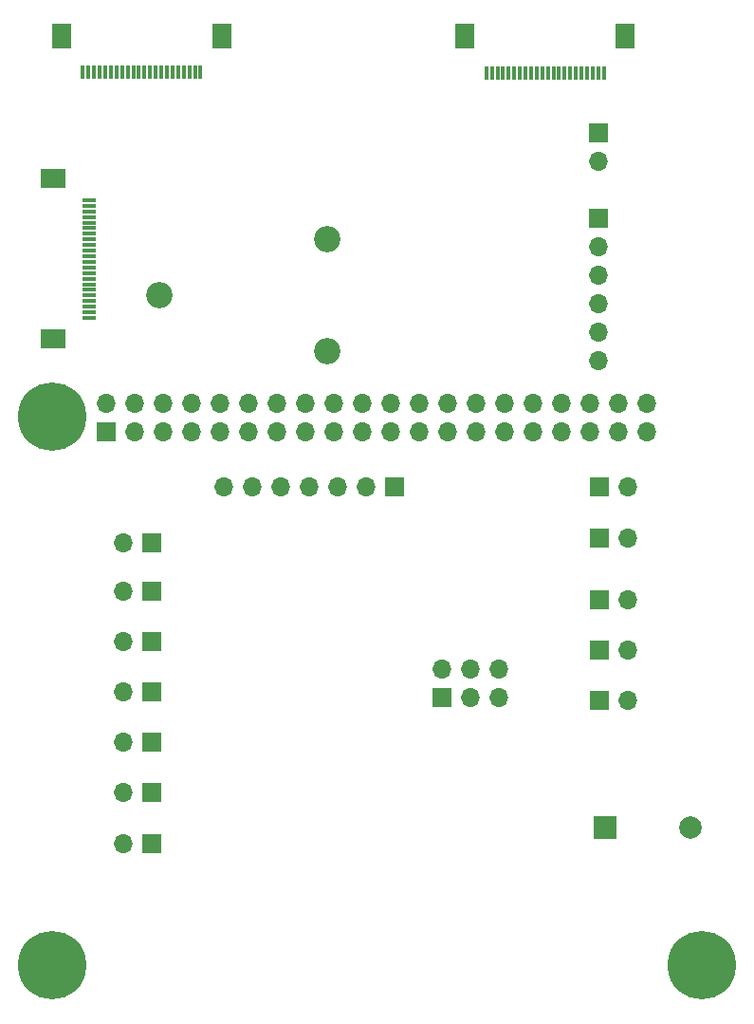
<source format=gbr>
%TF.GenerationSoftware,KiCad,Pcbnew,7.0.8*%
%TF.CreationDate,2023-11-07T10:44:17+02:00*%
%TF.ProjectId,Shield,53686965-6c64-42e6-9b69-6361645f7063,rev?*%
%TF.SameCoordinates,Original*%
%TF.FileFunction,Soldermask,Bot*%
%TF.FilePolarity,Negative*%
%FSLAX46Y46*%
G04 Gerber Fmt 4.6, Leading zero omitted, Abs format (unit mm)*
G04 Created by KiCad (PCBNEW 7.0.8) date 2023-11-07 10:44:17*
%MOMM*%
%LPD*%
G01*
G04 APERTURE LIST*
%ADD10R,1.700000X1.700000*%
%ADD11O,1.700000X1.700000*%
%ADD12R,2.000000X2.000000*%
%ADD13C,2.000000*%
%ADD14C,6.100000*%
%ADD15C,2.340000*%
%ADD16R,1.300000X0.300000*%
%ADD17R,2.200000X1.800000*%
%ADD18R,0.300000X1.300000*%
%ADD19R,1.800000X2.200000*%
G04 APERTURE END LIST*
D10*
%TO.C,J8*%
X130245000Y-80010000D03*
D11*
X130245000Y-82550000D03*
X130245000Y-85090000D03*
X130245000Y-87630000D03*
X130245000Y-90170000D03*
X130245000Y-92710000D03*
%TD*%
D10*
%TO.C,J16*%
X90398000Y-122260000D03*
D11*
X87858000Y-122260000D03*
%TD*%
D10*
%TO.C,J15*%
X90398000Y-117760000D03*
D11*
X87858000Y-117760000D03*
%TD*%
D10*
%TO.C,J19*%
X90398000Y-135760000D03*
D11*
X87858000Y-135760000D03*
%TD*%
D10*
%TO.C,SW1*%
X130300000Y-108500000D03*
D11*
X132840000Y-108500000D03*
%TD*%
D10*
%TO.C,J7*%
X112000000Y-104000000D03*
D11*
X109460000Y-104000000D03*
X106920000Y-104000000D03*
X104380000Y-104000000D03*
X101840000Y-104000000D03*
X99300000Y-104000000D03*
X96760000Y-104000000D03*
%TD*%
D12*
%TO.C,BZ1*%
X130850000Y-134320000D03*
D13*
X138450000Y-134320000D03*
%TD*%
D14*
%TO.C,H3*%
X81467200Y-97658600D03*
%TD*%
D10*
%TO.C,SW2*%
X130350000Y-104000000D03*
D11*
X132890000Y-104000000D03*
%TD*%
D10*
%TO.C,J3*%
X130350000Y-118500000D03*
D11*
X132890000Y-118500000D03*
%TD*%
D10*
%TO.C,J1*%
X130245000Y-72390000D03*
D11*
X130245000Y-74930000D03*
%TD*%
D15*
%TO.C,R11*%
X106052000Y-81868000D03*
X91052000Y-86868000D03*
X106052000Y-91868000D03*
%TD*%
D10*
%TO.C,J14*%
X90398000Y-113260000D03*
D11*
X87858000Y-113260000D03*
%TD*%
D10*
%TO.C,J13*%
X90398000Y-108964000D03*
D11*
X87858000Y-108964000D03*
%TD*%
D10*
%TO.C,J6*%
X116300000Y-122740000D03*
D11*
X116300000Y-120200000D03*
X118840000Y-122740000D03*
X118840000Y-120200000D03*
X121380000Y-122740000D03*
X121380000Y-120200000D03*
%TD*%
D10*
%TO.C,J17*%
X90398000Y-126760000D03*
D11*
X87858000Y-126760000D03*
%TD*%
D14*
%TO.C,H4*%
X139467200Y-146658600D03*
%TD*%
D10*
%TO.C,J18*%
X90398000Y-131260000D03*
D11*
X87858000Y-131260000D03*
%TD*%
D10*
%TO.C,J2*%
X130350000Y-114000000D03*
D11*
X132890000Y-114000000D03*
%TD*%
D10*
%TO.C,J4*%
X130350000Y-123000000D03*
D11*
X132890000Y-123000000D03*
%TD*%
D14*
%TO.C,H2*%
X81467200Y-146658600D03*
%TD*%
D16*
%TO.C,J11*%
X84793600Y-88889400D03*
X84793600Y-88389400D03*
X84793600Y-87889400D03*
X84793600Y-87389400D03*
X84793600Y-86889400D03*
X84793600Y-86389400D03*
X84793600Y-85889400D03*
X84793600Y-85389400D03*
X84793600Y-84889400D03*
X84793600Y-84389400D03*
X84793600Y-83889400D03*
X84793600Y-83389400D03*
X84793600Y-82889400D03*
X84793600Y-82389400D03*
X84793600Y-81889400D03*
X84793600Y-81389400D03*
X84793600Y-80889400D03*
X84793600Y-80389400D03*
X84793600Y-79889400D03*
X84793600Y-79389400D03*
X84793600Y-78889400D03*
X84793600Y-78389400D03*
D17*
X81543600Y-90789400D03*
X81543600Y-76489400D03*
%TD*%
D18*
%TO.C,J20*%
X120221800Y-67026800D03*
X120721800Y-67026800D03*
X121221800Y-67026800D03*
X121721800Y-67026800D03*
X122221800Y-67026800D03*
X122721800Y-67026800D03*
X123221800Y-67026800D03*
X123721800Y-67026800D03*
X124221800Y-67026800D03*
X124721800Y-67026800D03*
X125221800Y-67026800D03*
X125721800Y-67026800D03*
X126221800Y-67026800D03*
X126721800Y-67026800D03*
X127221800Y-67026800D03*
X127721800Y-67026800D03*
X128221800Y-67026800D03*
X128721800Y-67026800D03*
X129221800Y-67026800D03*
X129721800Y-67026800D03*
X130221800Y-67026800D03*
X130721800Y-67026800D03*
D19*
X118321800Y-63776800D03*
X132621800Y-63776800D03*
%TD*%
D10*
%TO.C,J5*%
X86337200Y-99018600D03*
D11*
X86337200Y-96478600D03*
X88877200Y-99018600D03*
X88877200Y-96478600D03*
X91417200Y-99018600D03*
X91417200Y-96478600D03*
X93957200Y-99018600D03*
X93957200Y-96478600D03*
X96497200Y-99018600D03*
X96497200Y-96478600D03*
X99037200Y-99018600D03*
X99037200Y-96478600D03*
X101577200Y-99018600D03*
X101577200Y-96478600D03*
X104117200Y-99018600D03*
X104117200Y-96478600D03*
X106657200Y-99018600D03*
X106657200Y-96478600D03*
X109197200Y-99018600D03*
X109197200Y-96478600D03*
X111737200Y-99018600D03*
X111737200Y-96478600D03*
X114277200Y-99018600D03*
X114277200Y-96478600D03*
X116817200Y-99018600D03*
X116817200Y-96478600D03*
X119357200Y-99018600D03*
X119357200Y-96478600D03*
X121897200Y-99018600D03*
X121897200Y-96478600D03*
X124437200Y-99018600D03*
X124437200Y-96478600D03*
X126977200Y-99018600D03*
X126977200Y-96478600D03*
X129517200Y-99018600D03*
X129517200Y-96478600D03*
X132057200Y-99018600D03*
X132057200Y-96478600D03*
X134597200Y-99018600D03*
X134597200Y-96478600D03*
%TD*%
D18*
%TO.C,J12*%
X84217400Y-67002600D03*
X84717400Y-67002600D03*
X85217400Y-67002600D03*
X85717400Y-67002600D03*
X86217400Y-67002600D03*
X86717400Y-67002600D03*
X87217400Y-67002600D03*
X87717400Y-67002600D03*
X88217400Y-67002600D03*
X88717400Y-67002600D03*
X89217400Y-67002600D03*
X89717400Y-67002600D03*
X90217400Y-67002600D03*
X90717400Y-67002600D03*
X91217400Y-67002600D03*
X91717400Y-67002600D03*
X92217400Y-67002600D03*
X92717400Y-67002600D03*
X93217400Y-67002600D03*
X93717400Y-67002600D03*
X94217400Y-67002600D03*
X94717400Y-67002600D03*
D19*
X82317400Y-63752600D03*
X96617400Y-63752600D03*
%TD*%
M02*

</source>
